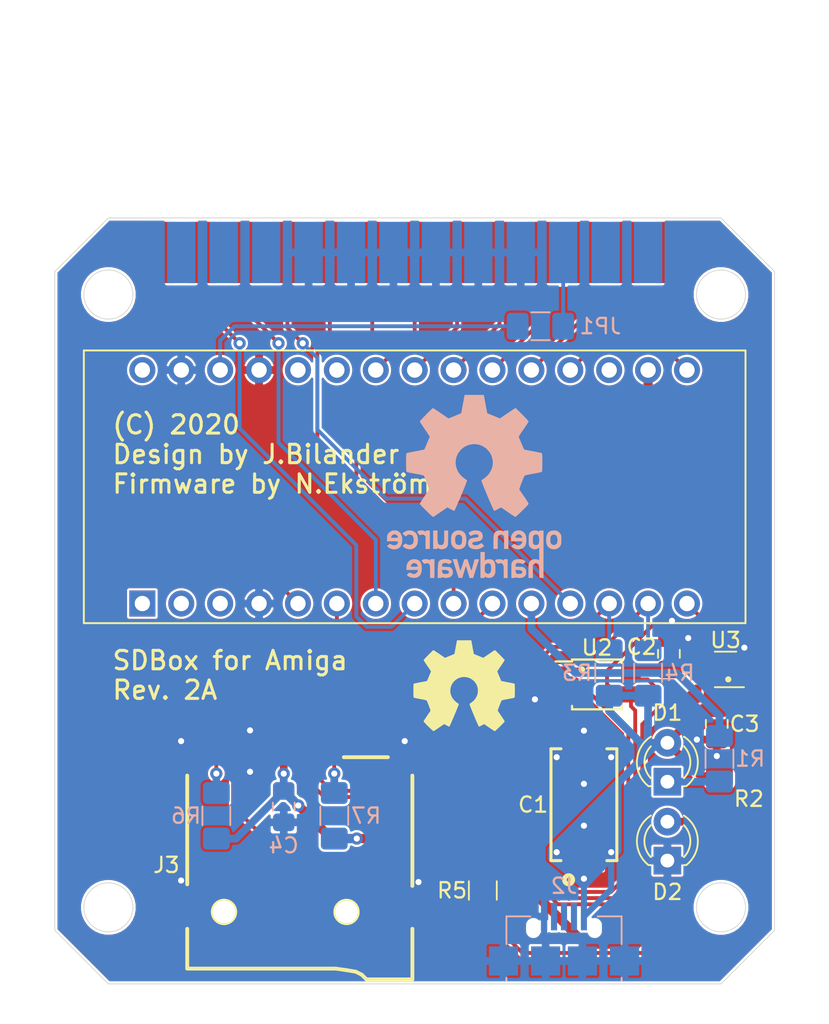
<source format=kicad_pcb>
(kicad_pcb (version 20171130) (host pcbnew "(5.1.6-0)")
  (layers (0 F.Cu signal) (31 B.Cu signal) (34 B.Paste user) (35 F.Paste user) (36 B.SilkS user) (37 F.SilkS user) (38 B.Mask user) (39 F.Mask user) (44 Edge.Cuts user))
  (net 0 "")
  (net 1 GND)
  (net 2 RESET)
  (net 3 SELECT)
  (net 4 POUT)
  (net 5 BUSY)
  (net 6 D7)
  (net 7 D6)
  (net 8 D5)
  (net 9 D4)
  (net 10 D3)
  (net 11 D2)
  (net 12 D1)
  (net 13 D0)
  (net 14 "Net-(JP1-Pad1)")
  (net 15 SCK)
  (net 16 MOSI)
  (net 17 "Net-(D1-Pad1)")
  (net 18 "Net-(D2-Pad2)")
  (net 19 ACK)
  (net 20 SCK_3V3)
  (net 21 3V3)
  (net 22 MOSI_3V3)
  (net 23 CS)
  (net 24 CP)
  (net 25 ACT_LED)
  (net 26 SS)
  (net 27 "Net-(J1-Pad25)")
  (net 28 "Net-(J1-Pad24)")
  (net 29 "Net-(J1-Pad23)")
  (net 30 "Net-(J1-Pad15)")
  (net 31 "Net-(J1-Pad14)")
  (net 32 "Net-(J1-Pad1)")
  (net 33 DAT2)
  (net 34 MISO_3V3)
  (net 35 DAT1)
  (net 36 "Net-(U1-Pad26)")
  (net 37 "Net-(U1-Pad25)")
  (net 38 "Net-(U1-Pad18)")
  (net 39 "Net-(U1-Pad30)")
  (net 40 MISO)
  (net 41 "Net-(U1-Pad3)")
  (net 42 "Net-(U1-Pad2)")
  (net 43 "Net-(U1-Pad1)")
  (net 44 VCC)
  (net 45 "Net-(J2-Pad2)")
  (net 46 "Net-(J2-Pad3)")
  (net 47 "Net-(J2-Pad4)")
  (net 48 "Net-(U3-Pad1)")
  (module SDBox:GCT-MEM2055-00-190-01-A (layer F.Cu) (at 140.2 119 180)
    (fp_text reference J3 (at 8.71 -8.24) (layer F.SilkS))
    (fp_text value Micro_SD_Card_Socket)
    (pad 8 smd rect (at 5.45 -0.8 180) (size 0.7 1.6) (layers F.Cu F.Paste F.Mask) (net 35 DAT1))
    (pad 7 smd rect (at 4.35 -0.8 180) (size 0.7 1.6) (layers F.Cu F.Paste F.Mask) (net 34 MISO_3V3))
    (pad 6 smd rect (at 3.25 -0.8 180) (size 0.7 1.6) (layers F.Cu F.Paste F.Mask) (net 1 GND))
    (pad 5 smd rect (at 2.15 -0.8 180) (size 0.7 1.6) (layers F.Cu F.Paste F.Mask) (net 20 SCK_3V3))
    (pad 4 smd rect (at 1.05 -0.8 180) (size 0.7 1.6) (layers F.Cu F.Paste F.Mask) (net 21 3V3))
    (pad 3 smd rect (at -0.05 -0.8 180) (size 0.7 1.6) (layers F.Cu F.Paste F.Mask) (net 22 MOSI_3V3))
    (pad 2 smd rect (at -1.15 -0.8 180) (size 0.7 1.6) (layers F.Cu F.Paste F.Mask) (net 23 CS))
    (pad 1 smd rect (at -2.25 -0.8 180) (size 0.7 1.6) (layers F.Cu F.Paste F.Mask) (net 33 DAT2))
    (pad 10 smd rect (at 7.75 -1.4 180) (size 1.2 1.4) (layers F.Cu F.Paste F.Mask) (net 1 GND))
    (pad 10 smd rect (at -6.85 -1.4 180) (size 1.6 1.4) (layers F.Cu F.Paste F.Mask) (net 1 GND))
    (pad 10 smd rect (at -7.75 -11) (size 1.2 2.2) (layers F.Cu F.Paste F.Mask) (net 1 GND))
    (pad 10 smd rect (at 7.75 -10.9) (size 1.2 2.2) (layers F.Cu F.Paste F.Mask) (net 1 GND))
    (pad 9 smd rect (at 6.55 -0.8 180) (size 0.7 1.6) (layers F.Cu F.Paste F.Mask) (net 24 CP))
    (pad "" np_thru_hole circle (at 4.95 -11.3) (size 1.2 1.2) (drill 1.2) (layers *.Cu *.Mask))
    (pad "" np_thru_hole circle (at -3.05 -11.3) (size 1.2 1.2) (drill 1.2) (layers *.Cu *.Mask))
  )
  (module SDBox:USB_Micro-B_Unknown_5s_SMT (layer B.Cu) (at 157.45 131.2 180)
    (fp_text reference J2 (at 0 2.6) (layer B.SilkS) (effects (justify mirror)))
    (fp_text value USB_B_Micro)
    (pad 2 smd rect (at -0.65 0.6 180) (size 0.4 1.8) (layers B.Cu B.Paste B.Mask) (net 45 "Net-(J2-Pad2)"))
    (pad 1 smd rect (at -1.3 0.6 180) (size 0.4 1.8) (layers B.Cu B.Paste B.Mask) (net 44 VCC))
    (pad 3 smd rect (at 0 0.6 180) (size 0.4 1.8) (layers B.Cu B.Paste B.Mask) (net 46 "Net-(J2-Pad3)"))
    (pad 4 smd rect (at 0.65 0.6 180) (size 0.4 1.8) (layers B.Cu B.Paste B.Mask) (net 47 "Net-(J2-Pad4)"))
    (pad 5 smd rect (at 1.3 0.6 180) (size 0.4 1.8) (layers B.Cu B.Paste B.Mask) (net 1 GND))
    (pad "" np_thru_hole oval (at -2 -0.15 180) (size 0.65 1) (drill oval 0.65 1) (layers *.Cu *.Mask))
    (pad "" np_thru_hole oval (at 2 -0.15 180) (size 0.65 1) (drill oval 0.65 1) (layers *.Cu *.Mask))
    (pad 6 smd rect (at -3.95 -2.3 180) (size 1.9 1.9) (layers B.Cu B.Paste B.Mask) (net 1 GND))
    (pad 6 smd rect (at 3.95 -2.3 180) (size 1.9 1.9) (layers B.Cu B.Paste B.Mask) (net 1 GND))
    (pad 6 smd rect (at 1.2 -2.3 180) (size 1.9 1.9) (layers B.Cu B.Paste B.Mask) (net 1 GND))
    (pad 6 smd rect (at -1.2 -2.3 180) (size 1.9 1.9) (layers B.Cu B.Paste B.Mask) (net 1 GND))
  )
  (module Symbol:OSHW-Logo_11.4x12mm_SilkScreen (layer B.Cu) (at 151.6 102.52 180)
    (fp_text reference REF** hide)
    (fp_text value OSHW-Logo_11.4x12mm_SilkScreen hide)
  )
  (module Symbol:OSHW-Symbol_6.7x6mm_SilkScreen (layer F.Cu) (at 150.92 115.55)
    (fp_text reference REF** hide)
    (fp_text value OSHW-Symbol_6.7x6mm_SilkScreen hide)
  )
  (module Resistor_SMD:R_1206_3216Metric_Pad1.42x1.75mm_HandSolder (layer B.Cu) (at 142.45 124.025 270)
    (fp_text reference R7 (at 0 -2.08 180) (layer B.SilkS) (effects (justify mirror)))
    (fp_text value 10k hide)
    (pad 2 smd roundrect (at 1.4875 0 270) (size 1.425 1.75) (layers B.Cu B.Paste B.Mask) (roundrect_rratio 0.175439) (net 21 3V3))
    (pad 1 smd roundrect (at -1.4875 0 270) (size 1.425 1.75) (layers B.Cu B.Paste B.Mask) (roundrect_rratio 0.175439) (net 33 DAT2))
  )
  (module Resistor_SMD:R_1206_3216Metric_Pad1.42x1.75mm_HandSolder (layer B.Cu) (at 134.75 124.025 270)
    (fp_text reference R6 (at 0 1.98 180) (layer B.SilkS) (effects (justify mirror)))
    (fp_text value 10k hide)
    (pad 2 smd roundrect (at 1.4875 0 270) (size 1.425 1.75) (layers B.Cu B.Paste B.Mask) (roundrect_rratio 0.175439) (net 21 3V3))
    (pad 1 smd roundrect (at -1.4875 0 270) (size 1.425 1.75) (layers B.Cu B.Paste B.Mask) (roundrect_rratio 0.175439) (net 35 DAT1))
  )
  (module Resistor_SMD:R_1206_3216Metric_Pad1.42x1.75mm_HandSolder (layer F.Cu) (at 152.15 128.9 90)
    (fp_text reference R5 (at 0 -2.01 180) (layer F.SilkS))
    (fp_text value 10k hide)
    (pad 2 smd roundrect (at 1.4875 0 90) (size 1.425 1.75) (layers F.Cu F.Paste F.Mask) (roundrect_rratio 0.175439) (net 21 3V3))
    (pad 1 smd roundrect (at -1.4875 0 90) (size 1.425 1.75) (layers F.Cu F.Paste F.Mask) (roundrect_rratio 0.175439) (net 34 MISO_3V3))
  )
  (module Capacitor_SMD:C_0805_2012Metric_Pad1.15x1.40mm_HandSolder (layer B.Cu) (at 139.15 123.425 270)
    (fp_text reference C4 (at 2.535 0 180) (layer B.SilkS) (effects (justify mirror)))
    (fp_text value 0.1uF hide)
    (pad 2 smd roundrect (at 1.025 0 270) (size 1.15 1.4) (layers B.Cu B.Paste B.Mask) (roundrect_rratio 0.217391) (net 1 GND))
    (pad 1 smd roundrect (at -1.025 0 270) (size 1.15 1.4) (layers B.Cu B.Paste B.Mask) (roundrect_rratio 0.217391) (net 21 3V3))
  )
  (module Resistor_SMD:R_1206_3216Metric_Pad1.42x1.75mm_HandSolder (layer B.Cu) (at 167.6 120.3 90)
    (fp_text reference R1 (at 0 2) (layer B.SilkS) (effects (justify mirror)))
    (fp_text value 150 hide)
    (pad 2 smd roundrect (at 1.4875 0 90) (size 1.425 1.75) (layers B.Cu B.Paste B.Mask) (roundrect_rratio 0.175439) (net 25 ACT_LED))
    (pad 1 smd roundrect (at -1.4875 0 90) (size 1.425 1.75) (layers B.Cu B.Paste B.Mask) (roundrect_rratio 0.175439) (net 17 "Net-(D1-Pad1)"))
  )
  (module Resistor_SMD:R_1206_3216Metric_Pad1.42x1.75mm_HandSolder (layer B.Cu) (at 162.94 114.7 270)
    (fp_text reference R4 (at 0 -2.06 180) (layer B.SilkS) (effects (justify mirror)))
    (fp_text value 10k hide)
    (pad 2 smd roundrect (at 1.4875 0 270) (size 1.425 1.75) (layers B.Cu B.Paste B.Mask) (roundrect_rratio 0.175439) (net 44 VCC))
    (pad 1 smd roundrect (at -1.4875 0 270) (size 1.425 1.75) (layers B.Cu B.Paste B.Mask) (roundrect_rratio 0.175439) (net 16 MOSI))
  )
  (module SDBox:SOT-353_SC-70-5_Custom_Handsoldering (layer F.Cu) (at 168 114.47 180)
    (fp_text reference U3 (at 0 1.91) (layer F.SilkS))
    (fp_text value 74LVC1G17 hide)
    (pad 1 smd rect (at -1.225 -0.65 180) (size 1.27 0.4) (layers F.Cu F.Paste F.Mask) (net 48 "Net-(U3-Pad1)"))
    (pad 2 smd rect (at -1.225 0 180) (size 1.27 0.4) (layers F.Cu F.Paste F.Mask) (net 34 MISO_3V3))
    (pad 3 smd rect (at -1.225 0.65 180) (size 1.27 0.4) (layers F.Cu F.Paste F.Mask) (net 1 GND))
    (pad 4 smd rect (at 1.225 0.65 180) (size 1.27 0.4) (layers F.Cu F.Paste F.Mask) (net 40 MISO))
    (pad 5 smd rect (at 1.225 -0.65 180) (size 1.27 0.4) (layers F.Cu F.Paste F.Mask) (net 44 VCC))
  )
  (module SDBox:Arduino_Nano_V3 (layer F.Cu) (at 147.7 102.55 90)
    (fp_text reference U1 hide)
    (fp_text value Arduino_Nano_V3 hide)
    (pad 1 thru_hole rect (at -7.62 -17.78 90) (size 1.7 1.7) (drill 1) (layers *.Cu *.Mask) (net 43 "Net-(U1-Pad1)"))
    (pad 13 thru_hole oval (at -7.62 12.7 90) (size 1.7 1.7) (drill 1) (layers *.Cu *.Mask) (net 26 SS))
    (pad 12 thru_hole oval (at -7.62 10.16 90) (size 1.7 1.7) (drill 1) (layers *.Cu *.Mask) (net 19 ACK))
    (pad 11 thru_hole oval (at -7.62 7.62 90) (size 1.7 1.7) (drill 1) (layers *.Cu *.Mask) (net 25 ACT_LED))
    (pad 10 thru_hole oval (at -7.62 5.08 90) (size 1.7 1.7) (drill 1) (layers *.Cu *.Mask) (net 6 D7))
    (pad 9 thru_hole oval (at -7.62 2.54 90) (size 1.7 1.7) (drill 1) (layers *.Cu *.Mask) (net 7 D6))
    (pad 2 thru_hole oval (at -7.62 -15.24 90) (size 1.7 1.7) (drill 1) (layers *.Cu *.Mask) (net 42 "Net-(U1-Pad2)"))
    (pad 8 thru_hole oval (at -7.62 0 90) (size 1.7 1.7) (drill 1) (layers *.Cu *.Mask) (net 4 POUT))
    (pad 7 thru_hole oval (at -7.62 -2.54 90) (size 1.7 1.7) (drill 1) (layers *.Cu *.Mask) (net 5 BUSY))
    (pad 6 thru_hole oval (at -7.62 -5.08 90) (size 1.7 1.7) (drill 1) (layers *.Cu *.Mask) (net 24 CP))
    (pad 5 thru_hole oval (at -7.62 -7.62 90) (size 1.7 1.7) (drill 1) (layers *.Cu *.Mask) (net 3 SELECT))
    (pad 4 thru_hole oval (at -7.62 -10.16 90) (size 1.7 1.7) (drill 1) (layers *.Cu *.Mask) (net 1 GND))
    (pad 3 thru_hole oval (at -7.62 -12.7 90) (size 1.7 1.7) (drill 1) (layers *.Cu *.Mask) (net 41 "Net-(U1-Pad3)"))
    (pad 15 thru_hole oval (at -7.62 17.78 90) (size 1.7 1.7) (drill 1) (layers *.Cu *.Mask) (net 40 MISO))
    (pad 14 thru_hole oval (at -7.62 15.24 90) (size 1.7 1.7) (drill 1) (layers *.Cu *.Mask) (net 16 MOSI))
    (pad 30 thru_hole oval (at 7.62 -17.78 90) (size 1.7 1.7) (drill 1) (layers *.Cu *.Mask) (net 39 "Net-(U1-Pad30)"))
    (pad 18 thru_hole oval (at 7.62 12.7 90) (size 1.7 1.7) (drill 1) (layers *.Cu *.Mask) (net 38 "Net-(U1-Pad18)"))
    (pad 19 thru_hole oval (at 7.62 10.16 90) (size 1.7 1.7) (drill 1) (layers *.Cu *.Mask) (net 13 D0))
    (pad 20 thru_hole oval (at 7.62 7.62 90) (size 1.7 1.7) (drill 1) (layers *.Cu *.Mask) (net 12 D1))
    (pad 21 thru_hole oval (at 7.62 5.08 90) (size 1.7 1.7) (drill 1) (layers *.Cu *.Mask) (net 11 D2))
    (pad 22 thru_hole oval (at 7.62 2.54 90) (size 1.7 1.7) (drill 1) (layers *.Cu *.Mask) (net 10 D3))
    (pad 29 thru_hole oval (at 7.62 -15.24 90) (size 1.7 1.7) (drill 1) (layers *.Cu *.Mask) (net 1 GND))
    (pad 23 thru_hole oval (at 7.62 0 90) (size 1.7 1.7) (drill 1) (layers *.Cu *.Mask) (net 9 D4))
    (pad 24 thru_hole oval (at 7.62 -2.54 90) (size 1.7 1.7) (drill 1) (layers *.Cu *.Mask) (net 8 D5))
    (pad 25 thru_hole oval (at 7.62 -5.08 90) (size 1.7 1.7) (drill 1) (layers *.Cu *.Mask) (net 37 "Net-(U1-Pad25)"))
    (pad 26 thru_hole oval (at 7.62 -7.62 90) (size 1.7 1.7) (drill 1) (layers *.Cu *.Mask) (net 36 "Net-(U1-Pad26)"))
    (pad 27 thru_hole oval (at 7.62 -10.16 90) (size 1.7 1.7) (drill 1) (layers *.Cu *.Mask) (net 44 VCC))
    (pad 28 thru_hole oval (at 7.62 -12.7 90) (size 1.7 1.7) (drill 1) (layers *.Cu *.Mask) (net 14 "Net-(JP1-Pad1)"))
    (pad 16 thru_hole oval (at 7.62 17.78 90) (size 1.7 1.7) (drill 1) (layers *.Cu *.Mask) (net 15 SCK))
    (pad 17 thru_hole oval (at 7.62 15.24 90) (size 1.7 1.7) (drill 1) (layers *.Cu *.Mask) (net 21 3V3))
  )
  (module Resistor_SMD:R_1206_3216Metric_Pad1.42x1.75mm_HandSolder (layer B.Cu) (at 155.91 92.07)
    (fp_text reference JP1 (at 3.91 0) (layer B.SilkS) (effects (justify mirror)))
    (fp_text value Jumper_2_Open hide)
    (pad 2 smd roundrect (at 1.4875 0) (size 1.425 1.75) (layers B.Cu B.Paste B.Mask) (roundrect_rratio 0.175439) (net 2 RESET))
    (pad 1 smd roundrect (at -1.4875 0) (size 1.425 1.75) (layers B.Cu B.Paste B.Mask) (roundrect_rratio 0.175439) (net 14 "Net-(JP1-Pad1)"))
  )
  (module Capacitor_SMD:C_0805_2012Metric_Pad1.15x1.40mm_HandSolder (layer F.Cu) (at 167.425 118.025 270)
    (fp_text reference C3 (at 0.005 -1.815 180) (layer F.SilkS))
    (fp_text value 0.1uF hide)
    (pad 2 smd roundrect (at 1.025 0 270) (size 1.15 1.4) (layers F.Cu F.Paste F.Mask) (roundrect_rratio 0.217391) (net 1 GND))
    (pad 1 smd roundrect (at -1.025 0 270) (size 1.15 1.4) (layers F.Cu F.Paste F.Mask) (roundrect_rratio 0.217391) (net 44 VCC))
  )
  (module SDBox:CAPMP7343X430N (layer F.Cu) (at 158.75 123.3 90)
    (fp_text reference C1 (at 0 -3.32) (layer F.SilkS))
    (fp_text value T491D227K010AT hide)
    (pad 2 smd rect (at 3.1 0 90) (size 2.35 2.45) (layers F.Cu F.Paste F.Mask) (net 1 GND))
    (pad 1 smd rect (at -3.1 0 90) (size 2.35 2.45) (layers F.Cu F.Paste F.Mask) (net 44 VCC))
  )
  (module Connector_Dsub:DSUB-25_Male_EdgeMount_P2.77mm (layer F.Cu) (at 147.7 87 180)
    (fp_text reference J1 hide)
    (fp_text value DB25_Male hide)
    (pad 25 smd rect (at 15.24 -0.254 180) (size 1.846667 4) (layers B.Cu B.Paste B.Mask) (net 27 "Net-(J1-Pad25)"))
    (pad 24 smd rect (at 12.465 -0.254 180) (size 1.846667 4) (layers B.Cu B.Paste B.Mask) (net 28 "Net-(J1-Pad24)"))
    (pad 23 smd rect (at 9.695 -0.254 180) (size 1.846667 4) (layers B.Cu B.Paste B.Mask) (net 29 "Net-(J1-Pad23)"))
    (pad 22 smd rect (at 6.925 -0.254 180) (size 1.846667 4) (layers B.Cu B.Paste B.Mask) (net 1 GND))
    (pad 21 smd rect (at 4.155 -0.254 180) (size 1.846667 4) (layers B.Cu B.Paste B.Mask) (net 1 GND))
    (pad 20 smd rect (at 1.385 -0.254 180) (size 1.846667 4) (layers B.Cu B.Paste B.Mask) (net 1 GND))
    (pad 19 smd rect (at -1.385 -0.254 180) (size 1.846667 4) (layers B.Cu B.Paste B.Mask) (net 1 GND))
    (pad 18 smd rect (at -4.155 -0.254 180) (size 1.846667 4) (layers B.Cu B.Paste B.Mask) (net 1 GND))
    (pad 17 smd rect (at -6.925 -0.254 180) (size 1.846667 4) (layers B.Cu B.Paste B.Mask) (net 1 GND))
    (pad 16 smd rect (at -9.695 -0.254 180) (size 1.846667 4) (layers B.Cu B.Paste B.Mask) (net 2 RESET))
    (pad 15 smd rect (at -12.465 -0.254 180) (size 1.846667 4) (layers B.Cu B.Paste B.Mask) (net 30 "Net-(J1-Pad15)"))
    (pad 14 smd rect (at -15.24 -0.254 180) (size 1.846667 4) (layers B.Cu B.Paste B.Mask) (net 31 "Net-(J1-Pad14)"))
    (pad 13 smd rect (at 16.62 -0.254 180) (size 1.846667 4) (layers F.Cu F.Paste F.Mask) (net 3 SELECT))
    (pad 12 smd rect (at 13.85 -0.254 180) (size 1.846667 4) (layers F.Cu F.Paste F.Mask) (net 4 POUT))
    (pad 11 smd rect (at 11.08 -0.254 180) (size 1.846667 4) (layers F.Cu F.Paste F.Mask) (net 5 BUSY))
    (pad 10 smd rect (at 8.31 -0.254 180) (size 1.846667 4) (layers F.Cu F.Paste F.Mask) (net 19 ACK))
    (pad 9 smd rect (at 5.54 -0.254 180) (size 1.846667 4) (layers F.Cu F.Paste F.Mask) (net 6 D7))
    (pad 8 smd rect (at 2.77 -0.254 180) (size 1.846667 4) (layers F.Cu F.Paste F.Mask) (net 7 D6))
    (pad 7 smd rect (at 0 -0.254 180) (size 1.846667 4) (layers F.Cu F.Paste F.Mask) (net 8 D5))
    (pad 6 smd rect (at -2.77 -0.254 180) (size 1.846667 4) (layers F.Cu F.Paste F.Mask) (net 9 D4))
    (pad 5 smd rect (at -5.54 -0.254 180) (size 1.846667 4) (layers F.Cu F.Paste F.Mask) (net 10 D3))
    (pad 4 smd rect (at -8.31 -0.254 180) (size 1.846667 4) (layers F.Cu F.Paste F.Mask) (net 11 D2))
    (pad 3 smd rect (at -11.08 -0.254 180) (size 1.846667 4) (layers F.Cu F.Paste F.Mask) (net 12 D1))
    (pad 2 smd rect (at -13.85 -0.254 180) (size 1.846667 4) (layers F.Cu F.Paste F.Mask) (net 13 D0))
    (pad 1 smd rect (at -16.62 -0.254 180) (size 1.846667 4) (layers F.Cu F.Paste F.Mask) (net 32 "Net-(J1-Pad1)"))
  )
  (module SDBox:TSSOP-8_3x3mm_P0.65mm_Custom_Handsoldering (layer F.Cu) (at 159.6 115.45)
    (fp_text reference U2 (at 0 -2.4 180) (layer F.SilkS))
    (fp_text value 74LVC3G17 hide)
    (pad 1 smd rect (at -2.225 -0.975) (size 1.27 0.4) (layers F.Cu F.Paste F.Mask) (net 16 MOSI))
    (pad 2 smd rect (at -2.225 -0.325) (size 1.27 0.4) (layers F.Cu F.Paste F.Mask) (net 20 SCK_3V3))
    (pad 3 smd rect (at -2.225 0.325) (size 1.27 0.4) (layers F.Cu F.Paste F.Mask) (net 26 SS))
    (pad 4 smd rect (at -2.225 0.975) (size 1.27 0.4) (layers F.Cu F.Paste F.Mask) (net 1 GND))
    (pad 5 smd rect (at 2.225 0.975) (size 1.27 0.4) (layers F.Cu F.Paste F.Mask) (net 23 CS))
    (pad 6 smd rect (at 2.225 0.325) (size 1.27 0.4) (layers F.Cu F.Paste F.Mask) (net 15 SCK))
    (pad 7 smd rect (at 2.225 -0.325) (size 1.27 0.4) (layers F.Cu F.Paste F.Mask) (net 22 MOSI_3V3))
    (pad 8 smd rect (at 2.225 -0.975) (size 1.27 0.4) (layers F.Cu F.Paste F.Mask) (net 21 3V3))
  )
  (module Resistor_SMD:R_1206_3216Metric_Pad1.42x1.75mm_HandSolder (layer B.Cu) (at 160.4 114.7 270)
    (fp_text reference R3 (at 0 2.1) (layer B.SilkS) (effects (justify mirror)))
    (fp_text value 10k hide)
    (pad 2 smd roundrect (at 1.4875 0 270) (size 1.425 1.75) (layers B.Cu B.Paste B.Mask) (roundrect_rratio 0.175439) (net 44 VCC))
    (pad 1 smd roundrect (at -1.4875 0 270) (size 1.425 1.75) (layers B.Cu B.Paste B.Mask) (roundrect_rratio 0.175439) (net 26 SS))
  )
  (module Capacitor_SMD:C_0805_2012Metric_Pad1.15x1.40mm_HandSolder (layer F.Cu) (at 164.3 113.45 90)
    (fp_text reference C2 (at 0.45 -1.79 180) (layer F.SilkS))
    (fp_text value 0.1uF hide)
    (pad 2 smd roundrect (at 1.025 0 90) (size 1.15 1.4) (layers F.Cu F.Paste F.Mask) (roundrect_rratio 0.217391) (net 1 GND))
    (pad 1 smd roundrect (at -1.025 0 90) (size 1.15 1.4) (layers F.Cu F.Paste F.Mask) (roundrect_rratio 0.217391) (net 21 3V3))
  )
  (module Resistor_SMD:R_1206_3216Metric_Pad1.42x1.75mm_HandSolder (layer F.Cu) (at 167.6 122.92 270)
    (fp_text reference R2 (at 0 -1.92 180) (layer F.SilkS))
    (fp_text value 150 hide)
    (pad 1 smd roundrect (at -1.4875 0 270) (size 1.425 1.75) (layers F.Cu F.Paste F.Mask) (roundrect_rratio 0.175439) (net 44 VCC))
    (pad 2 smd roundrect (at 1.4875 0 270) (size 1.425 1.75) (layers F.Cu F.Paste F.Mask) (roundrect_rratio 0.175439) (net 18 "Net-(D2-Pad2)"))
  )
  (module LED_THT:LED_D3.0mm (layer F.Cu) (at 164.2 126.95 90)
    (fp_text reference D2 (at -2.05 0 180) (layer F.SilkS))
    (fp_text value "Power LED indicator" hide)
    (pad 1 thru_hole rect (at 0 0 90) (size 1.8 1.8) (drill 0.9) (layers *.Cu *.Mask) (net 1 GND))
    (pad 2 thru_hole circle (at 2.54 0 90) (size 1.8 1.8) (drill 0.9) (layers *.Cu *.Mask) (net 18 "Net-(D2-Pad2)"))
  )
  (module LED_THT:LED_D3.0mm (layer F.Cu) (at 164.2 121.8 90)
    (fp_text reference D1 (at 4.5 0 180) (layer F.SilkS))
    (fp_text value "Activity LED indicator" hide)
    (pad 2 thru_hole circle (at 2.54 0 90) (size 1.8 1.8) (drill 0.9) (layers *.Cu *.Mask) (net 44 VCC))
    (pad 1 thru_hole rect (at 0 0 90) (size 1.8 1.8) (drill 0.9) (layers *.Cu *.Mask) (net 17 "Net-(D1-Pad1)"))
  )
  (gr_circle (center 167.7 90) (end 169.3 90) (layer Edge.Cuts) (width 0.05))
  (gr_circle (center 167.7 130) (end 169.3 130) (layer Edge.Cuts) (width 0.05))
  (gr_circle (center 127.7 90) (end 129.3 90) (layer Edge.Cuts) (width 0.05))
  (gr_circle (center 127.7 130) (end 129.3 130) (layer Edge.Cuts) (width 0.05))
  (gr_text "(C) 2020\nDesign by J.Bilander\nFirmware by N.Ekström" (at 127.86 100.43) (layer F.SilkS) (effects (font (size 1.2 1.2) (thickness 0.2)) (justify left)))
  (gr_text "SDBox for Amiga\nRev. 2A" (at 127.86 114.85) (layer F.SilkS) (effects (font (size 1.2 1.2) (thickness 0.2)) (justify left)))
  (gr_line (start 124.2 131.5) (end 127.7 135) (layer Edge.Cuts) (width 0.05))
  (gr_line (start 171.2 131.5) (end 167.7 135) (layer Edge.Cuts) (width 0.05))
  (gr_line (start 167.7 85) (end 171.2 88.5) (layer Edge.Cuts) (width 0.05))
  (gr_line (start 124.2 88.5) (end 127.7 85) (layer Edge.Cuts) (width 0.05))
  (gr_line (start 124.2 88.5) (end 124.2 131.5) (layer Edge.Cuts) (width 0.05))
  (gr_line (start 127.7 135) (end 167.7 135) (layer Edge.Cuts) (width 0.05))
  (gr_line (start 171.2 88.5) (end 171.2 131.5) (layer Edge.Cuts) (width 0.05))
  (gr_line (start 127.7 85) (end 167.7 85) (layer Edge.Cuts) (width 0.05))
  (via (at 158.75 121.94) (size 0.8) (drill 0.4) (layers F.Cu B.Cu) (net 1))
  (via (at 160.53 120.2) (size 0.8) (drill 0.4) (layers F.Cu B.Cu) (net 1))
  (via (at 158.75 118.47) (size 0.8) (drill 0.4) (layers F.Cu B.Cu) (net 1))
  (via (at 156.97 120.2) (size 0.8) (drill 0.4) (layers F.Cu B.Cu) (net 1))
  (segment (start 158.75 121.94) (end 158.75 120.2) (width 0.508) (layer F.Cu) (net 1))
  (segment (start 156.97 120.2) (end 158.75 120.2) (width 0.508) (layer F.Cu) (net 1))
  (segment (start 158.75 120.2) (end 158.75 118.47) (width 0.508) (layer F.Cu) (net 1))
  (segment (start 158.75 120.2) (end 160.53 120.2) (width 0.508) (layer F.Cu) (net 1))
  (via (at 132.45 119.15) (size 0.8) (drill 0.4) (layers F.Cu B.Cu) (net 1))
  (segment (start 132.45 120.4) (end 132.45 119.15) (width 0.508) (layer F.Cu) (net 1))
  (via (at 132.45 128.25) (size 0.8) (drill 0.4) (layers F.Cu B.Cu) (net 1))
  (segment (start 132.45 129.9) (end 132.45 128.25) (width 0.508) (layer F.Cu) (net 1))
  (via (at 147.95 128.35) (size 0.8) (drill 0.4) (layers F.Cu B.Cu) (net 1))
  (segment (start 147.95 130) (end 147.95 128.35) (width 0.508) (layer F.Cu) (net 1))
  (via (at 147.05 119.15) (size 0.8) (drill 0.4) (layers F.Cu B.Cu) (net 1))
  (segment (start 147.05 120.4) (end 147.05 119.15) (width 0.508) (layer F.Cu) (net 1))
  (via (at 136.95 118.45) (size 0.8) (drill 0.4) (layers F.Cu B.Cu) (net 1))
  (via (at 136.95 121.15) (size 0.8) (drill 0.4) (layers F.Cu B.Cu) (net 1))
  (segment (start 136.95 121.15) (end 136.95 119.8) (width 0.508) (layer F.Cu) (net 1))
  (segment (start 136.95 118.45) (end 136.95 119.8) (width 0.508) (layer F.Cu) (net 1))
  (via (at 155.55 116.425) (size 0.8) (drill 0.4) (layers F.Cu B.Cu) (net 1))
  (segment (start 157.375 116.425) (end 155.55 116.425) (width 0.4) (layer F.Cu) (net 1))
  (via (at 164.5 111.3) (size 0.8) (drill 0.4) (layers F.Cu B.Cu) (net 1))
  (segment (start 164.5 112.225) (end 164.3 112.425) (width 0.4) (layer F.Cu) (net 1))
  (segment (start 164.5 111.3) (end 164.5 112.225) (width 0.4) (layer F.Cu) (net 1))
  (via (at 169.225 113.05) (size 0.8) (drill 0.4) (layers F.Cu B.Cu) (net 1))
  (segment (start 169.225 113.82) (end 169.225 113.05) (width 0.4) (layer F.Cu) (net 1))
  (via (at 166.125 119.05) (size 0.8) (drill 0.4) (layers F.Cu B.Cu) (net 1))
  (via (at 165.56 112.425) (size 0.8) (drill 0.4) (layers F.Cu B.Cu) (net 1))
  (segment (start 165.56 112.425) (end 164.3 112.425) (width 0.508) (layer F.Cu) (net 1))
  (via (at 167.425 120.125) (size 0.8) (drill 0.4) (layers F.Cu B.Cu) (net 1))
  (segment (start 157.3975 87.2565) (end 157.395 87.254) (width 0.25) (layer B.Cu) (net 2))
  (segment (start 157.3975 92.07) (end 157.3975 87.2565) (width 0.25) (layer B.Cu) (net 2))
  (segment (start 140.08 110.17) (end 131.19 101.28) (width 0.25) (layer F.Cu) (net 3))
  (segment (start 131.19 87.364) (end 131.08 87.254) (width 0.25) (layer F.Cu) (net 3))
  (segment (start 131.19 101.28) (end 131.19 87.364) (width 0.25) (layer F.Cu) (net 3))
  (via (at 136.27 93.18) (size 0.8) (drill 0.4) (layers F.Cu B.Cu) (net 4))
  (segment (start 136.27 93.18) (end 136.27 98.74) (width 0.25) (layer B.Cu) (net 4))
  (segment (start 133.85 90.76) (end 136.27 93.18) (width 0.25) (layer F.Cu) (net 4))
  (segment (start 133.85 87.254) (end 133.85 90.76) (width 0.25) (layer F.Cu) (net 4))
  (segment (start 147.7 110.17) (end 146.18 111.69) (width 0.25) (layer B.Cu) (net 4))
  (segment (start 146.18 111.69) (end 144.56 111.69) (width 0.25) (layer B.Cu) (net 4))
  (segment (start 144.56 111.69) (end 143.89 111.02) (width 0.25) (layer B.Cu) (net 4))
  (segment (start 143.89 106.36) (end 136.27 98.74) (width 0.25) (layer B.Cu) (net 4))
  (segment (start 143.89 111.02) (end 143.89 106.36) (width 0.25) (layer B.Cu) (net 4))
  (via (at 138.81 93.18) (size 0.8) (drill 0.4) (layers F.Cu B.Cu) (net 5))
  (segment (start 145.16 110.17) (end 145.16 106.01) (width 0.25) (layer B.Cu) (net 5))
  (segment (start 145.16 106.01) (end 138.81 99.66) (width 0.25) (layer B.Cu) (net 5))
  (segment (start 138.81 93.18) (end 138.81 99.66) (width 0.25) (layer B.Cu) (net 5))
  (segment (start 136.62 90.99) (end 138.81 93.18) (width 0.25) (layer F.Cu) (net 5))
  (segment (start 136.62 87.254) (end 136.62 90.99) (width 0.25) (layer F.Cu) (net 5))
  (segment (start 142.16 92.92) (end 142.16 87.254) (width 0.25) (layer F.Cu) (net 6))
  (segment (start 141.35 93.73) (end 142.16 92.92) (width 0.25) (layer F.Cu) (net 6))
  (segment (start 141.35 100.11) (end 141.35 93.73) (width 0.25) (layer F.Cu) (net 6))
  (segment (start 149.52 111.62) (end 148.97 111.07) (width 0.25) (layer F.Cu) (net 6))
  (segment (start 148.97 111.07) (end 148.97 107.73) (width 0.25) (layer F.Cu) (net 6))
  (segment (start 151.33 111.62) (end 149.52 111.62) (width 0.25) (layer F.Cu) (net 6))
  (segment (start 152.78 110.17) (end 151.33 111.62) (width 0.25) (layer F.Cu) (net 6))
  (segment (start 148.97 107.73) (end 141.35 100.11) (width 0.25) (layer F.Cu) (net 6))
  (segment (start 144.93 92.69) (end 144.93 87.254) (width 0.25) (layer F.Cu) (net 7))
  (segment (start 143.89 102.01359) (end 143.89 93.73) (width 0.25) (layer F.Cu) (net 7))
  (segment (start 150.24 108.36359) (end 143.89 102.01359) (width 0.25) (layer F.Cu) (net 7))
  (segment (start 143.89 93.73) (end 144.93 92.69) (width 0.25) (layer F.Cu) (net 7))
  (segment (start 150.24 110.17) (end 150.24 108.36359) (width 0.25) (layer F.Cu) (net 7))
  (segment (start 147.7 92.39) (end 145.16 94.93) (width 0.25) (layer F.Cu) (net 8))
  (segment (start 147.7 87.254) (end 147.7 92.39) (width 0.25) (layer F.Cu) (net 8))
  (segment (start 150.47 92.16) (end 147.7 94.93) (width 0.25) (layer F.Cu) (net 9))
  (segment (start 150.47 87.254) (end 150.47 92.16) (width 0.25) (layer F.Cu) (net 9))
  (segment (start 153.24 91.93) (end 150.24 94.93) (width 0.25) (layer F.Cu) (net 10))
  (segment (start 153.24 87.254) (end 153.24 91.93) (width 0.25) (layer F.Cu) (net 10))
  (segment (start 156.01 91.7) (end 152.78 94.93) (width 0.25) (layer F.Cu) (net 11))
  (segment (start 156.01 87.254) (end 156.01 91.7) (width 0.25) (layer F.Cu) (net 11))
  (segment (start 158.78 91.47) (end 155.32 94.93) (width 0.25) (layer F.Cu) (net 12))
  (segment (start 158.78 87.254) (end 158.78 91.47) (width 0.25) (layer F.Cu) (net 12))
  (segment (start 161.55 91.24) (end 157.86 94.93) (width 0.25) (layer F.Cu) (net 13))
  (segment (start 161.55 87.254) (end 161.55 91.24) (width 0.25) (layer F.Cu) (net 13))
  (segment (start 135 93) (end 135.93 92.07) (width 0.25) (layer B.Cu) (net 14))
  (segment (start 135 94.93) (end 135 93) (width 0.25) (layer B.Cu) (net 14))
  (segment (start 135.93 92.07) (end 154.4225 92.07) (width 0.25) (layer B.Cu) (net 14))
  (segment (start 162.37 93.4) (end 163.95 93.4) (width 0.25) (layer F.Cu) (net 15))
  (segment (start 161.67 94.1) (end 162.37 93.4) (width 0.25) (layer F.Cu) (net 15))
  (segment (start 163.95 93.4) (end 165.48 94.93) (width 0.25) (layer F.Cu) (net 15))
  (segment (start 161.67 101.11) (end 161.67 94.1) (width 0.25) (layer F.Cu) (net 15))
  (segment (start 164.21 103.65) (end 161.67 101.11) (width 0.25) (layer F.Cu) (net 15))
  (segment (start 160.26 114.565) (end 164.21 110.615) (width 0.25) (layer F.Cu) (net 15))
  (segment (start 160.605 115.775) (end 160.26 115.43) (width 0.25) (layer F.Cu) (net 15))
  (segment (start 164.21 110.615) (end 164.21 103.65) (width 0.25) (layer F.Cu) (net 15))
  (segment (start 160.26 115.43) (end 160.26 114.565) (width 0.25) (layer F.Cu) (net 15))
  (segment (start 161.825 115.775) (end 160.605 115.775) (width 0.25) (layer F.Cu) (net 15))
  (segment (start 158.635 114.475) (end 162.94 110.17) (width 0.25) (layer F.Cu) (net 16))
  (segment (start 157.375 114.475) (end 158.635 114.475) (width 0.25) (layer F.Cu) (net 16))
  (segment (start 162.94 110.17) (end 162.94 113.2125) (width 0.25) (layer B.Cu) (net 16))
  (segment (start 167.5875 121.8) (end 167.6 121.7875) (width 0.508) (layer B.Cu) (net 17))
  (segment (start 164.2 121.8) (end 167.5875 121.8) (width 0.508) (layer B.Cu) (net 17))
  (segment (start 167.5975 124.41) (end 167.6 124.4075) (width 0.508) (layer F.Cu) (net 18))
  (segment (start 164.2 124.41) (end 167.5975 124.41) (width 0.508) (layer F.Cu) (net 18))
  (via (at 140.39 93.18) (size 0.8) (drill 0.4) (layers F.Cu B.Cu) (net 19))
  (segment (start 141.35 98.82) (end 145.85 103.32) (width 0.25) (layer B.Cu) (net 19))
  (segment (start 151.01 103.32) (end 157.86 110.17) (width 0.25) (layer B.Cu) (net 19))
  (segment (start 145.85 103.32) (end 151.01 103.32) (width 0.25) (layer B.Cu) (net 19))
  (segment (start 141.35 94.14) (end 140.39 93.18) (width 0.25) (layer B.Cu) (net 19))
  (segment (start 141.35 98.82) (end 141.35 94.14) (width 0.25) (layer B.Cu) (net 19))
  (segment (start 139.39 92.18) (end 140.39 93.18) (width 0.25) (layer F.Cu) (net 19))
  (segment (start 139.39 87.254) (end 139.39 92.18) (width 0.25) (layer F.Cu) (net 19))
  (segment (start 146.215178 121.995178) (end 150.383368 121.995178) (width 0.25) (layer F.Cu) (net 20))
  (segment (start 144.4 120.18) (end 146.215178 121.995178) (width 0.25) (layer F.Cu) (net 20))
  (segment (start 138.05 119.8) (end 138.05 118.55) (width 0.25) (layer F.Cu) (net 20))
  (segment (start 139 117.6) (end 143.2 117.6) (width 0.25) (layer F.Cu) (net 20))
  (segment (start 161.64999 118.51499) (end 158.26 115.125) (width 0.25) (layer F.Cu) (net 20))
  (segment (start 138.05 118.55) (end 139 117.6) (width 0.25) (layer F.Cu) (net 20))
  (segment (start 158.26 115.125) (end 157.375 115.125) (width 0.25) (layer F.Cu) (net 20))
  (segment (start 144.4 118.8) (end 144.4 120.18) (width 0.25) (layer F.Cu) (net 20))
  (segment (start 157.383366 128.995178) (end 160.512002 128.995178) (width 0.25) (layer F.Cu) (net 20))
  (segment (start 143.2 117.6) (end 144.4 118.8) (width 0.25) (layer F.Cu) (net 20))
  (segment (start 160.512002 128.995178) (end 161.64999 127.85719) (width 0.25) (layer F.Cu) (net 20))
  (segment (start 150.383368 121.995178) (end 157.383366 128.995178) (width 0.25) (layer F.Cu) (net 20))
  (segment (start 161.64999 127.85719) (end 161.64999 118.51499) (width 0.25) (layer F.Cu) (net 20))
  (via (at 140.1 123.35) (size 0.8) (drill 0.4) (layers F.Cu B.Cu) (net 21))
  (segment (start 162.94 94.93) (end 162.94 100.64) (width 0.6) (layer F.Cu) (net 21))
  (segment (start 162.94 100.64) (end 168 105.7) (width 0.6) (layer F.Cu) (net 21))
  (segment (start 168 105.7) (end 168 114.5) (width 0.6) (layer F.Cu) (net 21))
  (segment (start 161.825 114.475) (end 164.3 114.475) (width 0.4) (layer F.Cu) (net 21))
  (segment (start 167.975 114.475) (end 168 114.5) (width 0.4) (layer F.Cu) (net 21))
  (segment (start 164.3 114.475) (end 167.975 114.475) (width 0.4) (layer F.Cu) (net 21))
  (via (at 139.15 121.275) (size 0.8) (drill 0.4) (layers F.Cu B.Cu) (net 21))
  (segment (start 139.15 121.275) (end 139.15 122.4) (width 0.508) (layer B.Cu) (net 21))
  (segment (start 139.15 121.275) (end 139.15 119.8) (width 0.508) (layer F.Cu) (net 21))
  (segment (start 139.15 122.4) (end 139.14 122.4) (width 0.508) (layer B.Cu) (net 21))
  (segment (start 136.0375 125.5125) (end 139.15 122.4) (width 0.508) (layer B.Cu) (net 21))
  (segment (start 134.75 125.5125) (end 136.0375 125.5125) (width 0.508) (layer B.Cu) (net 21))
  (segment (start 140.1 123.35) (end 139.15 122.4) (width 0.6) (layer B.Cu) (net 21))
  (via (at 143.92 125.51) (size 0.8) (drill 0.4) (layers F.Cu B.Cu) (net 21))
  (segment (start 142.4525 125.51) (end 142.45 125.5125) (width 0.6) (layer B.Cu) (net 21))
  (segment (start 143.92 125.51) (end 142.4525 125.51) (width 0.6) (layer B.Cu) (net 21))
  (segment (start 142.26 125.51) (end 143.92 125.51) (width 0.6) (layer F.Cu) (net 21))
  (segment (start 140.1 123.35) (end 142.26 125.51) (width 0.6) (layer F.Cu) (net 21))
  (segment (start 150.2475 125.51) (end 152.15 127.4125) (width 0.6) (layer F.Cu) (net 21))
  (segment (start 143.92 125.51) (end 150.2475 125.51) (width 0.6) (layer F.Cu) (net 21))
  (segment (start 158.83342 132.4) (end 153.84592 127.4125) (width 0.6) (layer F.Cu) (net 21))
  (segment (start 162.2 132.4) (end 158.83342 132.4) (width 0.6) (layer F.Cu) (net 21))
  (segment (start 169.7 124.9) (end 162.2 132.4) (width 0.6) (layer F.Cu) (net 21))
  (segment (start 169.7 117.2) (end 169.7 124.9) (width 0.6) (layer F.Cu) (net 21))
  (segment (start 168 114.5) (end 168 115.5) (width 0.6) (layer F.Cu) (net 21))
  (segment (start 168 115.5) (end 169.7 117.2) (width 0.6) (layer F.Cu) (net 21))
  (segment (start 153.84592 127.4125) (end 152.15 127.4125) (width 0.6) (layer F.Cu) (net 21))
  (segment (start 163.5 115.71) (end 162.915 115.125) (width 0.25) (layer F.Cu) (net 22))
  (segment (start 162.56 118.0525) (end 163.5 117.1125) (width 0.25) (layer F.Cu) (net 22))
  (segment (start 162.56 128.22) (end 162.56 118.0525) (width 0.25) (layer F.Cu) (net 22))
  (segment (start 160.98 129.8) (end 162.56 128.22) (width 0.25) (layer F.Cu) (net 22))
  (segment (start 162.915 115.125) (end 161.825 115.125) (width 0.25) (layer F.Cu) (net 22))
  (segment (start 141.8 122.8) (end 150.05 122.8) (width 0.25) (layer F.Cu) (net 22))
  (segment (start 140.25 121.25) (end 141.8 122.8) (width 0.25) (layer F.Cu) (net 22))
  (segment (start 157.05 129.8) (end 160.98 129.8) (width 0.25) (layer F.Cu) (net 22))
  (segment (start 150.05 122.8) (end 157.05 129.8) (width 0.25) (layer F.Cu) (net 22))
  (segment (start 163.5 117.1125) (end 163.5 115.71) (width 0.25) (layer F.Cu) (net 22))
  (segment (start 140.25 119.8) (end 140.25 121.25) (width 0.25) (layer F.Cu) (net 22))
  (segment (start 141.35 121.48) (end 141.35 119.8) (width 0.25) (layer F.Cu) (net 23))
  (segment (start 162.1 117.15) (end 162.1 128.04359) (width 0.25) (layer F.Cu) (net 23))
  (segment (start 150.216684 122.397589) (end 142.267589 122.397589) (width 0.25) (layer F.Cu) (net 23))
  (segment (start 161.825 116.875) (end 162.1 117.15) (width 0.25) (layer F.Cu) (net 23))
  (segment (start 162.1 128.04359) (end 160.746001 129.397589) (width 0.25) (layer F.Cu) (net 23))
  (segment (start 160.746001 129.397589) (end 157.216683 129.397589) (width 0.25) (layer F.Cu) (net 23))
  (segment (start 157.216683 129.397589) (end 150.216684 122.397589) (width 0.25) (layer F.Cu) (net 23))
  (segment (start 142.267589 122.397589) (end 141.35 121.48) (width 0.25) (layer F.Cu) (net 23))
  (segment (start 161.825 116.425) (end 161.825 116.875) (width 0.25) (layer F.Cu) (net 23))
  (segment (start 137.56 114.54) (end 133.65 118.45) (width 0.25) (layer F.Cu) (net 24))
  (segment (start 133.65 118.45) (end 133.65 119.8) (width 0.25) (layer F.Cu) (net 24))
  (segment (start 140.16 114.54) (end 137.56 114.54) (width 0.25) (layer F.Cu) (net 24))
  (segment (start 142.62 112.08) (end 140.16 114.54) (width 0.25) (layer F.Cu) (net 24))
  (segment (start 142.62 110.17) (end 142.62 112.08) (width 0.25) (layer F.Cu) (net 24))
  (segment (start 164.8 114.7) (end 167.6 117.5) (width 0.508) (layer B.Cu) (net 25))
  (segment (start 158.2 114.7) (end 164.8 114.7) (width 0.508) (layer B.Cu) (net 25))
  (segment (start 155.32 111.82) (end 158.2 114.7) (width 0.508) (layer B.Cu) (net 25))
  (segment (start 167.6 117.5) (end 167.6 118.8125) (width 0.508) (layer B.Cu) (net 25))
  (segment (start 155.32 110.17) (end 155.32 111.82) (width 0.508) (layer B.Cu) (net 25))
  (segment (start 160.4 110.17) (end 160.4 113.2125) (width 0.25) (layer B.Cu) (net 26))
  (segment (start 157.57 113) (end 160.4 110.17) (width 0.25) (layer F.Cu) (net 26))
  (segment (start 156.7 113) (end 157.57 113) (width 0.25) (layer F.Cu) (net 26))
  (segment (start 155.58 114.12) (end 156.7 113) (width 0.25) (layer F.Cu) (net 26))
  (segment (start 155.58 115.25) (end 155.58 114.12) (width 0.25) (layer F.Cu) (net 26))
  (segment (start 156.105 115.775) (end 155.58 115.25) (width 0.25) (layer F.Cu) (net 26))
  (segment (start 157.375 115.775) (end 156.105 115.775) (width 0.25) (layer F.Cu) (net 26))
  (via (at 142.45 121.27) (size 0.8) (drill 0.4) (layers F.Cu B.Cu) (net 33))
  (segment (start 142.45 122.5375) (end 142.45 121.27) (width 0.508) (layer B.Cu) (net 33))
  (segment (start 142.45 121.27) (end 142.45 119.8) (width 0.25) (layer F.Cu) (net 33))
  (segment (start 135.85 123.425) (end 135.85 119.8) (width 0.25) (layer F.Cu) (net 34))
  (segment (start 139.725 127.3) (end 135.85 123.425) (width 0.25) (layer F.Cu) (net 34))
  (segment (start 149.0625 127.3) (end 152.15 130.3875) (width 0.25) (layer F.Cu) (net 34))
  (segment (start 139.725 127.3) (end 149.0625 127.3) (width 0.25) (layer F.Cu) (net 34))
  (segment (start 168.02259 132.97741) (end 154.73991 132.97741) (width 0.25) (layer F.Cu) (net 34))
  (segment (start 170.5 114.86) (end 170.5 130.5) (width 0.25) (layer F.Cu) (net 34))
  (segment (start 154.73991 132.97741) (end 152.15 130.3875) (width 0.25) (layer F.Cu) (net 34))
  (segment (start 169.225 114.47) (end 170.11 114.47) (width 0.25) (layer F.Cu) (net 34))
  (segment (start 170.11 114.47) (end 170.5 114.86) (width 0.25) (layer F.Cu) (net 34))
  (segment (start 170.5 130.5) (end 168.02259 132.97741) (width 0.25) (layer F.Cu) (net 34))
  (via (at 134.75 121.27) (size 0.8) (drill 0.4) (layers F.Cu B.Cu) (net 35))
  (segment (start 134.75 122.5375) (end 134.75 121.27) (width 0.508) (layer B.Cu) (net 35))
  (segment (start 134.75 121.27) (end 134.75 119.8) (width 0.25) (layer F.Cu) (net 35))
  (segment (start 166.775 111.465) (end 165.48 110.17) (width 0.25) (layer F.Cu) (net 40))
  (segment (start 166.775 113.82) (end 166.775 111.465) (width 0.25) (layer F.Cu) (net 40))
  (via (at 158.75 128.13) (size 0.8) (drill 0.4) (layers F.Cu B.Cu) (net 44))
  (via (at 156.97 126.4) (size 0.8) (drill 0.4) (layers F.Cu B.Cu) (net 44))
  (via (at 160.53 126.4) (size 0.8) (drill 0.4) (layers F.Cu B.Cu) (net 44))
  (via (at 158.75 124.67) (size 0.8) (drill 0.4) (layers F.Cu B.Cu) (net 44))
  (segment (start 156.97 126.4) (end 158.75 126.4) (width 0.508) (layer F.Cu) (net 44))
  (segment (start 158.75 124.67) (end 158.75 126.4) (width 0.508) (layer F.Cu) (net 44))
  (segment (start 160.53 126.4) (end 158.75 126.4) (width 0.508) (layer F.Cu) (net 44))
  (segment (start 158.75 128.13) (end 158.75 126.4) (width 0.508) (layer F.Cu) (net 44))
  (segment (start 164.2 119.26) (end 162.94 119.26) (width 0.508) (layer B.Cu) (net 44))
  (segment (start 162.94 119.26) (end 162.94 116.1875) (width 0.508) (layer B.Cu) (net 44))
  (segment (start 158.75 128.13) (end 158.7 128.13) (width 0.4) (layer B.Cu) (net 44))
  (segment (start 162.94 119.91) (end 162.94 119.26) (width 0.508) (layer B.Cu) (net 44))
  (segment (start 158.75 124.67) (end 158.75 124.1) (width 0.508) (layer B.Cu) (net 44))
  (segment (start 163.59 119.26) (end 162.94 119.91) (width 0.508) (layer B.Cu) (net 44))
  (segment (start 164.2 119.26) (end 163.59 119.26) (width 0.508) (layer B.Cu) (net 44))
  (segment (start 162.94 116.1875) (end 160.4 116.1875) (width 0.508) (layer B.Cu) (net 44))
  (segment (start 162.46 119.26) (end 160.4 117.2) (width 0.508) (layer B.Cu) (net 44))
  (segment (start 160.4 117.2) (end 160.4 116.1875) (width 0.508) (layer B.Cu) (net 44))
  (segment (start 164.2 119.26) (end 162.46 119.26) (width 0.508) (layer B.Cu) (net 44))
  (segment (start 162.46 120.39) (end 162.425 120.425) (width 0.508) (layer B.Cu) (net 44))
  (segment (start 162.46 119.26) (end 162.46 120.39) (width 0.508) (layer B.Cu) (net 44))
  (segment (start 162.425 120.425) (end 162.94 119.91) (width 0.508) (layer B.Cu) (net 44))
  (segment (start 158.75 124.1) (end 162.425 120.425) (width 0.508) (layer B.Cu) (net 44))
  (segment (start 166.46 117) (end 164.2 119.26) (width 0.508) (layer F.Cu) (net 44))
  (segment (start 167.425 117) (end 166.46 117) (width 0.508) (layer F.Cu) (net 44))
  (segment (start 166.3725 121.4325) (end 164.2 119.26) (width 0.508) (layer F.Cu) (net 44))
  (segment (start 167.6 121.4325) (end 166.3725 121.4325) (width 0.508) (layer F.Cu) (net 44))
  (segment (start 166.775 116.35) (end 167.425 117) (width 0.4) (layer F.Cu) (net 44))
  (segment (start 166.775 115.12) (end 166.775 116.35) (width 0.4) (layer F.Cu) (net 44))
  (segment (start 158.75 128.13) (end 158.75 130.6) (width 0.4) (layer B.Cu) (net 44))
  (segment (start 160.53 128.82) (end 158.75 130.6) (width 0.4) (layer B.Cu) (net 44))
  (segment (start 160.53 126.4) (end 160.53 128.82) (width 0.4) (layer B.Cu) (net 44))
  (zone (net 44) (net_name VCC) (layer F.Cu) (connect_pads (clearance 0.1524)) (min_thickness 0.1524) (fill yes (arc_segments 32) (thermal_gap 0.1524) (thermal_bridge_width 0.508))
    (polygon (pts (xy 171.2 131.5) (xy 167.7 135) (xy 127.7 135) (xy 124.2 131.5) (xy 124.2 88.5) (xy 127.7 85) (xy 130.2 85) (xy 130.2 89.5) (xy 165.2 89.5) (xy 165.2 85) (xy 167.7 85) (xy 171.2 88.5)))
  )
  (zone (net 1) (net_name GND) (layer B.Cu) (connect_pads (clearance 0.1524)) (min_thickness 0.1524) (fill yes (arc_segments 32) (thermal_gap 0.1524) (thermal_bridge_width 0.508))
    (polygon (pts (xy 124.2 88.5) (xy 127.7 85) (xy 167.7 85) (xy 171.2 88.5) (xy 171.2 131.5) (xy 167.7 135) (xy 127.7 135) (xy 124.2 131.5)))
  )
  (zone (net 44) (net_name VCC) (layer B.Cu) (priority 1) (connect_pads (clearance 0.1524)) (min_thickness 0.1524) (fill yes (arc_segments 32) (thermal_gap 0.1524) (thermal_bridge_width 0.508))
    (polygon (pts (xy 161.2 122) (xy 161.2 126.4) (xy 158.8 128.9) (xy 156.4 126.9) (xy 156.4 126.1) (xy 160.85 121.65)))
  )
  (zone (net 1) (net_name GND) (layer F.Cu) (priority 1) (connect_pads (clearance 0.1524)) (min_thickness 0.1524) (fill yes (arc_segments 32) (thermal_gap 0.1524) (thermal_bridge_width 0.508))
    (polygon (pts (xy 169.275 124.825) (xy 165.025 129.05) (xy 162.925 129.075) (xy 162.925 118.5) (xy 165.975 115.5) (xy 165.975 114.725) (xy 167.875 114.725) (xy 169.275 116.125)))
  )
)
</source>
